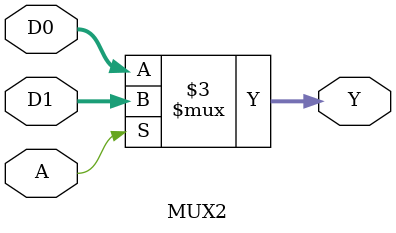
<source format=v>
`timescale 1ns / 1ps


module MUX2
#(
parameter WIDTH=32
)
(
input[WIDTH-1:0]                        D0,
input[WIDTH-1:0]                        D1,
input                                   A,
output reg[WIDTH-1:0]                   Y
    );
always@(*) begin
    case(A)
    1'b0:Y<=D0;
    default:Y<=D1;
    endcase
end
endmodule

</source>
